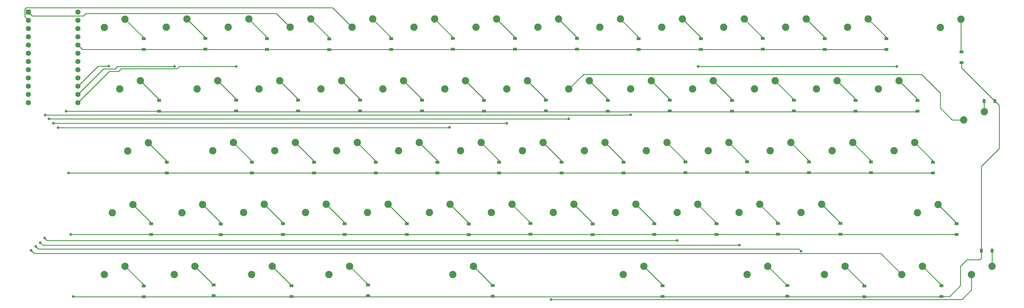
<source format=gbr>
%TF.GenerationSoftware,KiCad,Pcbnew,(6.0.7-1)-1*%
%TF.CreationDate,2022-09-29T18:34:29+02:00*%
%TF.ProjectId,staggered-keyboard,73746167-6765-4726-9564-2d6b6579626f,rev?*%
%TF.SameCoordinates,Original*%
%TF.FileFunction,Copper,L2,Bot*%
%TF.FilePolarity,Positive*%
%FSLAX46Y46*%
G04 Gerber Fmt 4.6, Leading zero omitted, Abs format (unit mm)*
G04 Created by KiCad (PCBNEW (6.0.7-1)-1) date 2022-09-29 18:34:29*
%MOMM*%
%LPD*%
G01*
G04 APERTURE LIST*
%TA.AperFunction,ComponentPad*%
%ADD10C,2.250000*%
%TD*%
%TA.AperFunction,ComponentPad*%
%ADD11C,1.600000*%
%TD*%
%TA.AperFunction,ComponentPad*%
%ADD12R,1.600000X1.600000*%
%TD*%
%TA.AperFunction,SMDPad,CuDef*%
%ADD13R,1.200000X0.900000*%
%TD*%
%TA.AperFunction,SMDPad,CuDef*%
%ADD14R,0.900000X1.200000*%
%TD*%
%TA.AperFunction,ViaPad*%
%ADD15C,0.800000*%
%TD*%
%TA.AperFunction,Conductor*%
%ADD16C,0.250000*%
%TD*%
G04 APERTURE END LIST*
D10*
%TO.P,MX20,1,COL*%
%TO.N,Col 5*%
X196167500Y-165717500D03*
%TO.P,MX20,2,ROW*%
%TO.N,Net-(D20-Pad2)*%
X202517500Y-163177500D03*
%TD*%
%TO.P,MX50,1,COL*%
%TO.N,Col 8*%
X248555000Y-203817500D03*
%TO.P,MX50,2,ROW*%
%TO.N,Net-(D50-Pad2)*%
X254905000Y-201277500D03*
%TD*%
%TO.P,MX53,1,COL*%
%TO.N,Col 11*%
X305705000Y-203817500D03*
%TO.P,MX53,2,ROW*%
%TO.N,Net-(D53-Pad2)*%
X312055000Y-201277500D03*
%TD*%
%TO.P,MX27,1,COL*%
%TO.N,Col 12*%
X329517500Y-165717500D03*
%TO.P,MX27,2,ROW*%
%TO.N,Net-(D27-Pad2)*%
X335867500Y-163177500D03*
%TD*%
%TO.P,MX39,1,COL*%
%TO.N,Col 10*%
X296180000Y-184767500D03*
%TO.P,MX39,2,ROW*%
%TO.N,Net-(D39-Pad2)*%
X302530000Y-182227500D03*
%TD*%
%TO.P,MX14,1,COL*%
%TO.N,Col 9*%
X348552500Y-146672500D03*
%TO.P,MX14,2,ROW*%
%TO.N,Net-(D14-Pad2)*%
X354902500Y-144132500D03*
%TD*%
%TO.P,MX21,1,COL*%
%TO.N,Col 6*%
X215217500Y-165717500D03*
%TO.P,MX21,2,ROW*%
%TO.N,Net-(D21-Pad2)*%
X221567500Y-163177500D03*
%TD*%
%TO.P,MX64,1,COL*%
%TO.N,Col 6*%
X358140000Y-222885000D03*
%TO.P,MX64,2,ROW*%
%TO.N,Net-(D64-Pad2)*%
X364490000Y-220345000D03*
%TD*%
%TO.P,MX1,1,COL*%
%TO.N,Col 0*%
X91400000Y-146680000D03*
%TO.P,MX1,2,ROW*%
%TO.N,Net-(D1-Pad2)*%
X97750000Y-144140000D03*
%TD*%
%TO.P,MX7,1,COL*%
%TO.N,Col 6*%
X205692500Y-146667500D03*
%TO.P,MX7,2,ROW*%
%TO.N,Net-(D7-Pad2)*%
X212042500Y-144127500D03*
%TD*%
%TO.P,MX10,1,COL*%
%TO.N,Col 9*%
X262842500Y-146667500D03*
%TO.P,MX10,2,ROW*%
%TO.N,Net-(D10-Pad2)*%
X269192500Y-144127500D03*
%TD*%
%TO.P,MX51,1,COL*%
%TO.N,Col 9*%
X267605000Y-203817500D03*
%TO.P,MX51,2,ROW*%
%TO.N,Net-(D51-Pad2)*%
X273955000Y-201277500D03*
%TD*%
%TO.P,MX17,1,COL*%
%TO.N,Col 2*%
X139017500Y-165717500D03*
%TO.P,MX17,2,ROW*%
%TO.N,Net-(D17-Pad2)*%
X145367500Y-163177500D03*
%TD*%
%TO.P,MX25,1,COL*%
%TO.N,Col 10*%
X291417500Y-165717500D03*
%TO.P,MX25,2,ROW*%
%TO.N,Net-(D25-Pad2)*%
X297767500Y-163177500D03*
%TD*%
%TO.P,MX22,1,COL*%
%TO.N,Col 7*%
X234267500Y-165717500D03*
%TO.P,MX22,2,ROW*%
%TO.N,Net-(D22-Pad2)*%
X240617500Y-163177500D03*
%TD*%
%TO.P,MX8,1,COL*%
%TO.N,Col 7*%
X224742500Y-146667500D03*
%TO.P,MX8,2,ROW*%
%TO.N,Net-(D8-Pad2)*%
X231092500Y-144127500D03*
%TD*%
%TO.P,MX44,1,COL*%
%TO.N,Col 2*%
X134255000Y-203817500D03*
%TO.P,MX44,2,ROW*%
%TO.N,Net-(D44-Pad2)*%
X140605000Y-201277500D03*
%TD*%
%TO.P,MX43,1,COL*%
%TO.N,Col 1*%
X115270000Y-203850000D03*
%TO.P,MX43,2,ROW*%
%TO.N,Net-(D43-Pad2)*%
X121620000Y-201310000D03*
%TD*%
%TO.P,MX55,1,COL*%
%TO.N,Col 0*%
X91440000Y-222885000D03*
%TO.P,MX55,2,ROW*%
%TO.N,Net-(D55-Pad2)*%
X97790000Y-220345000D03*
%TD*%
%TO.P,MX3,1,COL*%
%TO.N,Col 2*%
X129492500Y-146667500D03*
%TO.P,MX3,2,ROW*%
%TO.N,Net-(D3-Pad2)*%
X135842500Y-144127500D03*
%TD*%
%TO.P,MX23,1,COL*%
%TO.N,Col 8*%
X253317500Y-165717500D03*
%TO.P,MX23,2,ROW*%
%TO.N,Net-(D23-Pad2)*%
X259667500Y-163177500D03*
%TD*%
%TO.P,MX4,1,COL*%
%TO.N,Col 3*%
X148542500Y-146667500D03*
%TO.P,MX4,2,ROW*%
%TO.N,Net-(D4-Pad2)*%
X154892500Y-144127500D03*
%TD*%
%TO.P,MX49,1,COL*%
%TO.N,Col 7*%
X229505000Y-203817500D03*
%TO.P,MX49,2,ROW*%
%TO.N,Net-(D49-Pad2)*%
X235855000Y-201277500D03*
%TD*%
%TO.P,MX61,1,COL*%
%TO.N,Col 10*%
X289083750Y-222885000D03*
%TO.P,MX61,2,ROW*%
%TO.N,Net-(D61-Pad2)*%
X295433750Y-220345000D03*
%TD*%
%TO.P,MX54,1,COL*%
%TO.N,Col 12*%
X341471250Y-203835000D03*
%TO.P,MX54,2,ROW*%
%TO.N,Net-(D54-Pad2)*%
X347821250Y-201295000D03*
%TD*%
%TO.P,MX56,1,COL*%
%TO.N,Col 1*%
X112871250Y-222885000D03*
%TO.P,MX56,2,ROW*%
%TO.N,Net-(D56-Pad2)*%
X119221250Y-220345000D03*
%TD*%
%TO.P,MX60,1,COL*%
%TO.N,Col 8*%
X250983750Y-222885000D03*
%TO.P,MX60,2,ROW*%
%TO.N,Net-(D60-Pad2)*%
X257333750Y-220345000D03*
%TD*%
%TO.P,MX11,1,COL*%
%TO.N,Col 10*%
X281892500Y-146667500D03*
%TO.P,MX11,2,ROW*%
%TO.N,Net-(D11-Pad2)*%
X288242500Y-144127500D03*
%TD*%
%TO.P,MX35,1,COL*%
%TO.N,Col 6*%
X219980000Y-184767500D03*
%TO.P,MX35,2,ROW*%
%TO.N,Net-(D35-Pad2)*%
X226330000Y-182227500D03*
%TD*%
%TO.P,MX13,1,COL*%
%TO.N,Col 12*%
X319992500Y-146667500D03*
%TO.P,MX13,2,ROW*%
%TO.N,Net-(D13-Pad2)*%
X326342500Y-144127500D03*
%TD*%
%TO.P,MX41,1,COL*%
%TO.N,Col 12*%
X334280000Y-184767500D03*
%TO.P,MX41,2,ROW*%
%TO.N,Net-(D41-Pad2)*%
X340630000Y-182227500D03*
%TD*%
%TO.P,MX36,1,COL*%
%TO.N,Col 7*%
X239030000Y-184767500D03*
%TO.P,MX36,2,ROW*%
%TO.N,Net-(D36-Pad2)*%
X245380000Y-182227500D03*
%TD*%
%TO.P,MX28,1,COL*%
%TO.N,Col 7*%
X355711250Y-175242500D03*
%TO.P,MX28,2,ROW*%
%TO.N,Net-(D28-Pad2)*%
X362061250Y-172702500D03*
%TD*%
%TO.P,MX5,1,COL*%
%TO.N,Col 4*%
X167592500Y-146667500D03*
%TO.P,MX5,2,ROW*%
%TO.N,Net-(D5-Pad2)*%
X173942500Y-144127500D03*
%TD*%
%TO.P,MX32,1,COL*%
%TO.N,Col 3*%
X162830000Y-184767500D03*
%TO.P,MX32,2,ROW*%
%TO.N,Net-(D32-Pad2)*%
X169180000Y-182227500D03*
%TD*%
%TO.P,MX40,1,COL*%
%TO.N,Col 11*%
X315230000Y-184767500D03*
%TO.P,MX40,2,ROW*%
%TO.N,Net-(D40-Pad2)*%
X321580000Y-182227500D03*
%TD*%
%TO.P,MX2,1,COL*%
%TO.N,Col 1*%
X110410000Y-146670000D03*
%TO.P,MX2,2,ROW*%
%TO.N,Net-(D2-Pad2)*%
X116760000Y-144130000D03*
%TD*%
%TO.P,MX58,1,COL*%
%TO.N,Col 3*%
X160496250Y-222885000D03*
%TO.P,MX58,2,ROW*%
%TO.N,Net-(D58-Pad2)*%
X166846250Y-220345000D03*
%TD*%
%TO.P,MX15,1,COL*%
%TO.N,Col 0*%
X96165000Y-165710000D03*
%TO.P,MX15,2,ROW*%
%TO.N,Net-(D15-Pad2)*%
X102515000Y-163170000D03*
%TD*%
%TO.P,MX57,1,COL*%
%TO.N,Col 2*%
X136683750Y-222885000D03*
%TO.P,MX57,2,ROW*%
%TO.N,Net-(D57-Pad2)*%
X143033750Y-220345000D03*
%TD*%
%TO.P,MX26,1,COL*%
%TO.N,Col 11*%
X310467500Y-165717500D03*
%TO.P,MX26,2,ROW*%
%TO.N,Net-(D26-Pad2)*%
X316817500Y-163177500D03*
%TD*%
%TO.P,MX62,1,COL*%
%TO.N,Col 11*%
X312896250Y-222885000D03*
%TO.P,MX62,2,ROW*%
%TO.N,Net-(D62-Pad2)*%
X319246250Y-220345000D03*
%TD*%
%TO.P,MX9,1,COL*%
%TO.N,Col 8*%
X243792500Y-146667500D03*
%TO.P,MX9,2,ROW*%
%TO.N,Net-(D9-Pad2)*%
X250142500Y-144127500D03*
%TD*%
%TO.P,MX34,1,COL*%
%TO.N,Col 5*%
X200930000Y-184767500D03*
%TO.P,MX34,2,ROW*%
%TO.N,Net-(D34-Pad2)*%
X207280000Y-182227500D03*
%TD*%
%TO.P,MX29,1,COL*%
%TO.N,Col 0*%
X98583750Y-184785000D03*
%TO.P,MX29,2,ROW*%
%TO.N,Net-(D29-Pad2)*%
X104933750Y-182245000D03*
%TD*%
%TO.P,MX18,1,COL*%
%TO.N,Col 3*%
X158067500Y-165717500D03*
%TO.P,MX18,2,ROW*%
%TO.N,Net-(D18-Pad2)*%
X164417500Y-163177500D03*
%TD*%
%TO.P,MX46,1,COL*%
%TO.N,Col 4*%
X172355000Y-203817500D03*
%TO.P,MX46,2,ROW*%
%TO.N,Net-(D46-Pad2)*%
X178705000Y-201277500D03*
%TD*%
%TO.P,MX33,1,COL*%
%TO.N,Col 4*%
X181880000Y-184767500D03*
%TO.P,MX33,2,ROW*%
%TO.N,Net-(D33-Pad2)*%
X188230000Y-182227500D03*
%TD*%
%TO.P,MX12,1,COL*%
%TO.N,Col 11*%
X300942500Y-146667500D03*
%TO.P,MX12,2,ROW*%
%TO.N,Net-(D12-Pad2)*%
X307292500Y-144127500D03*
%TD*%
%TO.P,MX48,1,COL*%
%TO.N,Col 6*%
X210455000Y-203817500D03*
%TO.P,MX48,2,ROW*%
%TO.N,Net-(D48-Pad2)*%
X216805000Y-201277500D03*
%TD*%
%TO.P,MX42,1,COL*%
%TO.N,Col 0*%
X93821250Y-203835000D03*
%TO.P,MX42,2,ROW*%
%TO.N,Net-(D42-Pad2)*%
X100171250Y-201295000D03*
%TD*%
%TO.P,MX63,1,COL*%
%TO.N,Col 12*%
X336708750Y-222885000D03*
%TO.P,MX63,2,ROW*%
%TO.N,Net-(D63-Pad2)*%
X343058750Y-220345000D03*
%TD*%
%TO.P,MX37,1,COL*%
%TO.N,Col 8*%
X258080000Y-184767500D03*
%TO.P,MX37,2,ROW*%
%TO.N,Net-(D37-Pad2)*%
X264430000Y-182227500D03*
%TD*%
%TO.P,MX52,1,COL*%
%TO.N,Col 10*%
X286655000Y-203817500D03*
%TO.P,MX52,2,ROW*%
%TO.N,Net-(D52-Pad2)*%
X293005000Y-201277500D03*
%TD*%
%TO.P,MX6,1,COL*%
%TO.N,Col 5*%
X186642500Y-146667500D03*
%TO.P,MX6,2,ROW*%
%TO.N,Net-(D6-Pad2)*%
X192992500Y-144127500D03*
%TD*%
%TO.P,MX24,1,COL*%
%TO.N,Col 9*%
X272367500Y-165717500D03*
%TO.P,MX24,2,ROW*%
%TO.N,Net-(D24-Pad2)*%
X278717500Y-163177500D03*
%TD*%
%TO.P,MX30,1,COL*%
%TO.N,Col 1*%
X124730000Y-184767500D03*
%TO.P,MX30,2,ROW*%
%TO.N,Net-(D30-Pad2)*%
X131080000Y-182227500D03*
%TD*%
%TO.P,MX47,1,COL*%
%TO.N,Col 5*%
X191405000Y-203817500D03*
%TO.P,MX47,2,ROW*%
%TO.N,Net-(D47-Pad2)*%
X197755000Y-201277500D03*
%TD*%
%TO.P,MX45,1,COL*%
%TO.N,Col 3*%
X153305000Y-203817500D03*
%TO.P,MX45,2,ROW*%
%TO.N,Net-(D45-Pad2)*%
X159655000Y-201277500D03*
%TD*%
%TO.P,MX19,1,COL*%
%TO.N,Col 4*%
X177117500Y-165717500D03*
%TO.P,MX19,2,ROW*%
%TO.N,Net-(D19-Pad2)*%
X183467500Y-163177500D03*
%TD*%
%TO.P,MX38,1,COL*%
%TO.N,Col 9*%
X277130000Y-184767500D03*
%TO.P,MX38,2,ROW*%
%TO.N,Net-(D38-Pad2)*%
X283480000Y-182227500D03*
%TD*%
%TO.P,MX16,1,COL*%
%TO.N,Col 1*%
X119967500Y-165717500D03*
%TO.P,MX16,2,ROW*%
%TO.N,Net-(D16-Pad2)*%
X126317500Y-163177500D03*
%TD*%
%TO.P,MX59,1,COL*%
%TO.N,Col 5*%
X198596250Y-222885000D03*
%TO.P,MX59,2,ROW*%
%TO.N,Net-(D59-Pad2)*%
X204946250Y-220345000D03*
%TD*%
%TO.P,MX31,1,COL*%
%TO.N,Col 2*%
X143780000Y-184767500D03*
%TO.P,MX31,2,ROW*%
%TO.N,Net-(D31-Pad2)*%
X150130000Y-182227500D03*
%TD*%
D11*
%TO.P,U1,24,RAW*%
%TO.N,unconnected-(U1-Pad24)*%
X83300000Y-141940000D03*
%TO.P,U1,23,GND*%
%TO.N,unconnected-(U1-Pad23)*%
X83300000Y-144480000D03*
%TO.P,U1,22,RST*%
%TO.N,unconnected-(U1-Pad22)*%
X83300000Y-147020000D03*
%TO.P,U1,21,VCC*%
%TO.N,unconnected-(U1-Pad21)*%
X83300000Y-149560000D03*
%TO.P,U1,20,F4*%
%TO.N,Row 0*%
X83300000Y-152100000D03*
%TO.P,U1,19,F5*%
%TO.N,Row 1*%
X83300000Y-154640000D03*
%TO.P,U1,18,F6*%
%TO.N,Row 2*%
X83300000Y-157180000D03*
%TO.P,U1,17,F7*%
%TO.N,Row 3*%
X83300000Y-159720000D03*
%TO.P,U1,16,B1*%
%TO.N,Row 4*%
X83300000Y-162260000D03*
%TO.P,U1,15,B3*%
%TO.N,Col 0*%
X83300000Y-164800000D03*
%TO.P,U1,14,B2*%
%TO.N,Col 1*%
X83300000Y-167340000D03*
%TO.P,U1,13,B6*%
%TO.N,Col 2*%
X83300000Y-169880000D03*
%TO.P,U1,12,B5*%
%TO.N,Col 12*%
X68060000Y-169880000D03*
%TO.P,U1,11,B4*%
%TO.N,Col 11*%
X68060000Y-167340000D03*
%TO.P,U1,10,E6*%
%TO.N,Col 10*%
X68060000Y-164800000D03*
%TO.P,U1,9,D7*%
%TO.N,Col 9*%
X68060000Y-162260000D03*
%TO.P,U1,8,C6*%
%TO.N,Col 8*%
X68060000Y-159720000D03*
%TO.P,U1,7,D4*%
%TO.N,Col 7*%
X68060000Y-157180000D03*
%TO.P,U1,6,SCL*%
%TO.N,Col 6*%
X68060000Y-154640000D03*
%TO.P,U1,5,SDA*%
%TO.N,Col 5*%
X68060000Y-152100000D03*
%TO.P,U1,4,GND*%
%TO.N,unconnected-(U1-Pad4)*%
X68060000Y-149560000D03*
%TO.P,U1,3,GND*%
%TO.N,unconnected-(U1-Pad3)*%
X68060000Y-147020000D03*
%TO.P,U1,2,RX*%
%TO.N,Col 4*%
X68060000Y-144480000D03*
D12*
%TO.P,U1,1,TX*%
%TO.N,Col 3*%
X68060000Y-141940000D03*
%TD*%
D13*
%TO.P,D18,1,K*%
%TO.N,Row 1*%
X170070000Y-172490000D03*
%TO.P,D18,2,A*%
%TO.N,Net-(D18-Pad2)*%
X170070000Y-169190000D03*
%TD*%
%TO.P,D40,1,K*%
%TO.N,Row 2*%
X327190000Y-191520000D03*
%TO.P,D40,2,A*%
%TO.N,Net-(D40-Pad2)*%
X327190000Y-188220000D03*
%TD*%
%TO.P,D13,1,K*%
%TO.N,Row 0*%
X331950000Y-153500000D03*
%TO.P,D13,2,A*%
%TO.N,Net-(D13-Pad2)*%
X331950000Y-150200000D03*
%TD*%
D14*
%TO.P,D28,1,K*%
%TO.N,Row 4*%
X365330000Y-169400000D03*
%TO.P,D28,2,A*%
%TO.N,Net-(D28-Pad2)*%
X362030000Y-169400000D03*
%TD*%
D13*
%TO.P,D36,1,K*%
%TO.N,Row 2*%
X251050000Y-191600000D03*
%TO.P,D36,2,A*%
%TO.N,Net-(D36-Pad2)*%
X251050000Y-188300000D03*
%TD*%
%TO.P,D59,1,K*%
%TO.N,Row 4*%
X210880000Y-229570000D03*
%TO.P,D59,2,A*%
%TO.N,Net-(D59-Pad2)*%
X210880000Y-226270000D03*
%TD*%
%TO.P,D53,1,K*%
%TO.N,Row 3*%
X317760000Y-210490000D03*
%TO.P,D53,2,A*%
%TO.N,Net-(D53-Pad2)*%
X317760000Y-207190000D03*
%TD*%
%TO.P,D10,1,K*%
%TO.N,Row 0*%
X274860000Y-153450000D03*
%TO.P,D10,2,A*%
%TO.N,Net-(D10-Pad2)*%
X274860000Y-150150000D03*
%TD*%
%TO.P,D50,1,K*%
%TO.N,Row 3*%
X260550000Y-210550000D03*
%TO.P,D50,2,A*%
%TO.N,Net-(D50-Pad2)*%
X260550000Y-207250000D03*
%TD*%
%TO.P,D35,1,K*%
%TO.N,Row 2*%
X231990000Y-191550000D03*
%TO.P,D35,2,A*%
%TO.N,Net-(D35-Pad2)*%
X231990000Y-188250000D03*
%TD*%
%TO.P,D26,1,K*%
%TO.N,Row 1*%
X322420000Y-172520000D03*
%TO.P,D26,2,A*%
%TO.N,Net-(D26-Pad2)*%
X322420000Y-169220000D03*
%TD*%
%TO.P,D21,1,K*%
%TO.N,Row 1*%
X227180000Y-172420000D03*
%TO.P,D21,2,A*%
%TO.N,Net-(D21-Pad2)*%
X227180000Y-169120000D03*
%TD*%
%TO.P,D45,1,K*%
%TO.N,Row 3*%
X165330000Y-210580000D03*
%TO.P,D45,2,A*%
%TO.N,Net-(D45-Pad2)*%
X165330000Y-207280000D03*
%TD*%
%TO.P,D23,1,K*%
%TO.N,Row 1*%
X265330000Y-172450000D03*
%TO.P,D23,2,A*%
%TO.N,Net-(D23-Pad2)*%
X265330000Y-169150000D03*
%TD*%
%TO.P,D24,1,K*%
%TO.N,Row 1*%
X284400000Y-172520000D03*
%TO.P,D24,2,A*%
%TO.N,Net-(D24-Pad2)*%
X284400000Y-169220000D03*
%TD*%
%TO.P,D15,1,K*%
%TO.N,Row 1*%
X108210000Y-172550000D03*
%TO.P,D15,2,A*%
%TO.N,Net-(D15-Pad2)*%
X108210000Y-169250000D03*
%TD*%
%TO.P,D22,1,K*%
%TO.N,Row 1*%
X246250000Y-172500000D03*
%TO.P,D22,2,A*%
%TO.N,Net-(D22-Pad2)*%
X246250000Y-169200000D03*
%TD*%
%TO.P,D32,1,K*%
%TO.N,Row 2*%
X174900000Y-191550000D03*
%TO.P,D32,2,A*%
%TO.N,Net-(D32-Pad2)*%
X174900000Y-188250000D03*
%TD*%
%TO.P,D12,1,K*%
%TO.N,Row 0*%
X312950000Y-153460000D03*
%TO.P,D12,2,A*%
%TO.N,Net-(D12-Pad2)*%
X312950000Y-150160000D03*
%TD*%
%TO.P,D2,1,K*%
%TO.N,Row 0*%
X122430000Y-153420000D03*
%TO.P,D2,2,A*%
%TO.N,Net-(D2-Pad2)*%
X122430000Y-150120000D03*
%TD*%
%TO.P,D7,1,K*%
%TO.N,Row 0*%
X217680000Y-153430000D03*
%TO.P,D7,2,A*%
%TO.N,Net-(D7-Pad2)*%
X217680000Y-150130000D03*
%TD*%
%TO.P,D4,1,K*%
%TO.N,Row 0*%
X160570000Y-153530000D03*
%TO.P,D4,2,A*%
%TO.N,Net-(D4-Pad2)*%
X160570000Y-150230000D03*
%TD*%
%TO.P,D25,1,K*%
%TO.N,Row 1*%
X303530000Y-172490000D03*
%TO.P,D25,2,A*%
%TO.N,Net-(D25-Pad2)*%
X303530000Y-169190000D03*
%TD*%
%TO.P,D55,1,K*%
%TO.N,Row 4*%
X103480000Y-229730000D03*
%TO.P,D55,2,A*%
%TO.N,Net-(D55-Pad2)*%
X103480000Y-226430000D03*
%TD*%
%TO.P,D61,1,K*%
%TO.N,Row 4*%
X301440000Y-229630000D03*
%TO.P,D61,2,A*%
%TO.N,Net-(D61-Pad2)*%
X301440000Y-226330000D03*
%TD*%
%TO.P,D8,1,K*%
%TO.N,Row 0*%
X236760000Y-153400000D03*
%TO.P,D8,2,A*%
%TO.N,Net-(D8-Pad2)*%
X236760000Y-150100000D03*
%TD*%
%TO.P,D42,1,K*%
%TO.N,Row 3*%
X105800000Y-210580000D03*
%TO.P,D42,2,A*%
%TO.N,Net-(D42-Pad2)*%
X105800000Y-207280000D03*
%TD*%
%TO.P,D16,1,K*%
%TO.N,Row 1*%
X131950000Y-172490000D03*
%TO.P,D16,2,A*%
%TO.N,Net-(D16-Pad2)*%
X131950000Y-169190000D03*
%TD*%
%TO.P,D6,1,K*%
%TO.N,Row 0*%
X198600000Y-153430000D03*
%TO.P,D6,2,A*%
%TO.N,Net-(D6-Pad2)*%
X198600000Y-150130000D03*
%TD*%
%TO.P,D33,1,K*%
%TO.N,Row 2*%
X193810000Y-191550000D03*
%TO.P,D33,2,A*%
%TO.N,Net-(D33-Pad2)*%
X193810000Y-188250000D03*
%TD*%
%TO.P,D60,1,K*%
%TO.N,Row 4*%
X263130000Y-229700000D03*
%TO.P,D60,2,A*%
%TO.N,Net-(D60-Pad2)*%
X263130000Y-226400000D03*
%TD*%
%TO.P,D57,1,K*%
%TO.N,Row 4*%
X148950000Y-229660000D03*
%TO.P,D57,2,A*%
%TO.N,Net-(D57-Pad2)*%
X148950000Y-226360000D03*
%TD*%
%TO.P,D1,1,K*%
%TO.N,Row 0*%
X103470000Y-153450000D03*
%TO.P,D1,2,A*%
%TO.N,Net-(D1-Pad2)*%
X103470000Y-150150000D03*
%TD*%
%TO.P,D34,1,K*%
%TO.N,Row 2*%
X212850000Y-191550000D03*
%TO.P,D34,2,A*%
%TO.N,Net-(D34-Pad2)*%
X212850000Y-188250000D03*
%TD*%
%TO.P,D38,1,K*%
%TO.N,Row 2*%
X289130000Y-191400000D03*
%TO.P,D38,2,A*%
%TO.N,Net-(D38-Pad2)*%
X289130000Y-188100000D03*
%TD*%
%TO.P,D43,1,K*%
%TO.N,Row 3*%
X127220000Y-210630000D03*
%TO.P,D43,2,A*%
%TO.N,Net-(D43-Pad2)*%
X127220000Y-207330000D03*
%TD*%
%TO.P,D56,1,K*%
%TO.N,Row 4*%
X125040000Y-229440000D03*
%TO.P,D56,2,A*%
%TO.N,Net-(D56-Pad2)*%
X125040000Y-226140000D03*
%TD*%
%TO.P,D51,1,K*%
%TO.N,Row 3*%
X279730000Y-210550000D03*
%TO.P,D51,2,A*%
%TO.N,Net-(D51-Pad2)*%
X279730000Y-207250000D03*
%TD*%
%TO.P,D27,1,K*%
%TO.N,Row 1*%
X341530000Y-172520000D03*
%TO.P,D27,2,A*%
%TO.N,Net-(D27-Pad2)*%
X341530000Y-169220000D03*
%TD*%
%TO.P,D14,1,K*%
%TO.N,Row 4*%
X355070000Y-157570000D03*
%TO.P,D14,2,A*%
%TO.N,Net-(D14-Pad2)*%
X355070000Y-154270000D03*
%TD*%
%TO.P,D46,1,K*%
%TO.N,Row 3*%
X184410000Y-210580000D03*
%TO.P,D46,2,A*%
%TO.N,Net-(D46-Pad2)*%
X184410000Y-207280000D03*
%TD*%
%TO.P,D49,1,K*%
%TO.N,Row 3*%
X241570000Y-210610000D03*
%TO.P,D49,2,A*%
%TO.N,Net-(D49-Pad2)*%
X241570000Y-207310000D03*
%TD*%
%TO.P,D5,1,K*%
%TO.N,Row 0*%
X179620000Y-153490000D03*
%TO.P,D5,2,A*%
%TO.N,Net-(D5-Pad2)*%
X179620000Y-150190000D03*
%TD*%
%TO.P,D30,1,K*%
%TO.N,Row 2*%
X136770000Y-191600000D03*
%TO.P,D30,2,A*%
%TO.N,Net-(D30-Pad2)*%
X136770000Y-188300000D03*
%TD*%
%TO.P,D17,1,K*%
%TO.N,Row 1*%
X151010000Y-172490000D03*
%TO.P,D17,2,A*%
%TO.N,Net-(D17-Pad2)*%
X151010000Y-169190000D03*
%TD*%
%TO.P,D29,1,K*%
%TO.N,Row 2*%
X110650000Y-191600000D03*
%TO.P,D29,2,A*%
%TO.N,Net-(D29-Pad2)*%
X110650000Y-188300000D03*
%TD*%
%TO.P,D20,1,K*%
%TO.N,Row 1*%
X208190000Y-172550000D03*
%TO.P,D20,2,A*%
%TO.N,Net-(D20-Pad2)*%
X208190000Y-169250000D03*
%TD*%
%TO.P,D9,1,K*%
%TO.N,Row 0*%
X255760000Y-153470000D03*
%TO.P,D9,2,A*%
%TO.N,Net-(D9-Pad2)*%
X255760000Y-150170000D03*
%TD*%
%TO.P,D62,1,K*%
%TO.N,Row 4*%
X325130000Y-229780000D03*
%TO.P,D62,2,A*%
%TO.N,Net-(D62-Pad2)*%
X325130000Y-226480000D03*
%TD*%
%TO.P,D58,1,K*%
%TO.N,Row 4*%
X172500000Y-229440000D03*
%TO.P,D58,2,A*%
%TO.N,Net-(D58-Pad2)*%
X172500000Y-226140000D03*
%TD*%
%TO.P,D54,1,K*%
%TO.N,Row 3*%
X353560000Y-210540000D03*
%TO.P,D54,2,A*%
%TO.N,Net-(D54-Pad2)*%
X353560000Y-207240000D03*
%TD*%
%TO.P,D3,1,K*%
%TO.N,Row 0*%
X141460000Y-153450000D03*
%TO.P,D3,2,A*%
%TO.N,Net-(D3-Pad2)*%
X141460000Y-150150000D03*
%TD*%
%TO.P,D63,1,K*%
%TO.N,Row 4*%
X348840000Y-229700000D03*
%TO.P,D63,2,A*%
%TO.N,Net-(D63-Pad2)*%
X348840000Y-226400000D03*
%TD*%
%TO.P,D44,1,K*%
%TO.N,Row 3*%
X146310000Y-210580000D03*
%TO.P,D44,2,A*%
%TO.N,Net-(D44-Pad2)*%
X146310000Y-207280000D03*
%TD*%
%TO.P,D52,1,K*%
%TO.N,Row 3*%
X298600000Y-210490000D03*
%TO.P,D52,2,A*%
%TO.N,Net-(D52-Pad2)*%
X298600000Y-207190000D03*
%TD*%
%TO.P,D39,1,K*%
%TO.N,Row 2*%
X308150000Y-191520000D03*
%TO.P,D39,2,A*%
%TO.N,Net-(D39-Pad2)*%
X308150000Y-188220000D03*
%TD*%
%TO.P,D47,1,K*%
%TO.N,Row 3*%
X203480000Y-210610000D03*
%TO.P,D47,2,A*%
%TO.N,Net-(D47-Pad2)*%
X203480000Y-207310000D03*
%TD*%
%TO.P,D37,1,K*%
%TO.N,Row 2*%
X270120000Y-191500000D03*
%TO.P,D37,2,A*%
%TO.N,Net-(D37-Pad2)*%
X270120000Y-188200000D03*
%TD*%
%TO.P,D41,1,K*%
%TO.N,Row 2*%
X346280000Y-191570000D03*
%TO.P,D41,2,A*%
%TO.N,Net-(D41-Pad2)*%
X346280000Y-188270000D03*
%TD*%
%TO.P,D48,1,K*%
%TO.N,Row 3*%
X222490000Y-210500000D03*
%TO.P,D48,2,A*%
%TO.N,Net-(D48-Pad2)*%
X222490000Y-207200000D03*
%TD*%
%TO.P,D19,1,K*%
%TO.N,Row 1*%
X189130000Y-172450000D03*
%TO.P,D19,2,A*%
%TO.N,Net-(D19-Pad2)*%
X189130000Y-169150000D03*
%TD*%
%TO.P,D31,1,K*%
%TO.N,Row 2*%
X155880000Y-191600000D03*
%TO.P,D31,2,A*%
%TO.N,Net-(D31-Pad2)*%
X155880000Y-188300000D03*
%TD*%
D14*
%TO.P,D64,1,K*%
%TO.N,Row 4*%
X361180000Y-215580000D03*
%TO.P,D64,2,A*%
%TO.N,Net-(D64-Pad2)*%
X364480000Y-215580000D03*
%TD*%
D13*
%TO.P,D11,1,K*%
%TO.N,Row 0*%
X293930000Y-153430000D03*
%TO.P,D11,2,A*%
%TO.N,Net-(D11-Pad2)*%
X293930000Y-150130000D03*
%TD*%
D15*
%TO.N,Row 1*%
X79625500Y-172550000D03*
%TO.N,Row 2*%
X80355500Y-191600000D03*
%TO.N,Row 3*%
X81070000Y-210570000D03*
%TO.N,Row 4*%
X81800000Y-229650000D03*
%TO.N,Col 0*%
X92740000Y-158690000D03*
%TO.N,Col 1*%
X112975000Y-158725000D03*
%TO.N,Col 2*%
X131995000Y-158695000D03*
%TO.N,Col 5*%
X77200000Y-177610000D03*
X197608599Y-177571401D03*
%TO.N,Col 6*%
X228780000Y-230580000D03*
X215217500Y-176262500D03*
X75750000Y-176270000D03*
%TO.N,Col 7*%
X74410000Y-174930000D03*
X234267500Y-174927500D03*
%TO.N,Col 8*%
X73210000Y-173680000D03*
X253317500Y-173677500D03*
%TO.N,Col 9*%
X267610000Y-212430000D03*
X335140000Y-158720000D03*
X73030000Y-211640000D03*
X274000000Y-158700000D03*
%TO.N,Col 10*%
X286690000Y-213860000D03*
X71710000Y-213050000D03*
%TO.N,Col 11*%
X70300000Y-214260000D03*
X305705000Y-215693750D03*
%TO.N,Col 12*%
X68840000Y-215450000D03*
%TD*%
D16*
%TO.N,Row 3*%
X81070000Y-210570000D02*
X81080000Y-210580000D01*
X81080000Y-210580000D02*
X105800000Y-210580000D01*
%TO.N,Row 0*%
X141460000Y-153450000D02*
X331900000Y-153450000D01*
X103470000Y-153450000D02*
X141460000Y-153450000D01*
X331900000Y-153450000D02*
X331950000Y-153500000D01*
X84650000Y-153450000D02*
X83300000Y-152100000D01*
X103470000Y-153450000D02*
X84650000Y-153450000D01*
%TO.N,Net-(D1-Pad2)*%
X97750000Y-144140000D02*
X103470000Y-149860000D01*
X103470000Y-149860000D02*
X103470000Y-150150000D01*
%TO.N,Net-(D2-Pad2)*%
X122430000Y-149800000D02*
X122430000Y-150120000D01*
X116760000Y-144130000D02*
X122430000Y-149800000D01*
%TO.N,Net-(D3-Pad2)*%
X135842500Y-144127500D02*
X141460000Y-149745000D01*
X141460000Y-149745000D02*
X141460000Y-150150000D01*
%TO.N,Net-(D4-Pad2)*%
X160570000Y-149805000D02*
X160570000Y-150230000D01*
X154892500Y-144127500D02*
X160570000Y-149805000D01*
%TO.N,Net-(D5-Pad2)*%
X179620000Y-149805000D02*
X179620000Y-150190000D01*
X173942500Y-144127500D02*
X179620000Y-149805000D01*
%TO.N,Net-(D6-Pad2)*%
X198600000Y-149735000D02*
X198600000Y-150130000D01*
X192992500Y-144127500D02*
X198600000Y-149735000D01*
%TO.N,Net-(D7-Pad2)*%
X212042500Y-144127500D02*
X217680000Y-149765000D01*
X217680000Y-149765000D02*
X217680000Y-150130000D01*
%TO.N,Net-(D8-Pad2)*%
X236760000Y-149795000D02*
X236760000Y-150100000D01*
X231092500Y-144127500D02*
X236760000Y-149795000D01*
%TO.N,Net-(D9-Pad2)*%
X250142500Y-144127500D02*
X255760000Y-149745000D01*
X255760000Y-149745000D02*
X255760000Y-150170000D01*
%TO.N,Net-(D10-Pad2)*%
X269192500Y-144127500D02*
X274860000Y-149795000D01*
X274860000Y-149795000D02*
X274860000Y-150150000D01*
%TO.N,Net-(D11-Pad2)*%
X293930000Y-149815000D02*
X293930000Y-150130000D01*
X288242500Y-144127500D02*
X293930000Y-149815000D01*
%TO.N,Net-(D12-Pad2)*%
X312950000Y-149785000D02*
X312950000Y-150160000D01*
X307292500Y-144127500D02*
X312950000Y-149785000D01*
%TO.N,Net-(D13-Pad2)*%
X331950000Y-149735000D02*
X331950000Y-150200000D01*
X326342500Y-144127500D02*
X331950000Y-149735000D01*
%TO.N,Net-(D14-Pad2)*%
X354902500Y-144132500D02*
X354902500Y-154102500D01*
X354902500Y-154102500D02*
X355070000Y-154270000D01*
%TO.N,Row 1*%
X79625500Y-172550000D02*
X108210000Y-172550000D01*
X341380000Y-172670000D02*
X108330000Y-172670000D01*
X341530000Y-172520000D02*
X341380000Y-172670000D01*
X108330000Y-172670000D02*
X108210000Y-172550000D01*
%TO.N,Net-(D15-Pad2)*%
X108210000Y-168865000D02*
X108210000Y-169250000D01*
X102515000Y-163170000D02*
X108210000Y-168865000D01*
%TO.N,Net-(D16-Pad2)*%
X131950000Y-168810000D02*
X131950000Y-169190000D01*
X126317500Y-163177500D02*
X131950000Y-168810000D01*
%TO.N,Net-(D17-Pad2)*%
X145367500Y-163177500D02*
X151010000Y-168820000D01*
X151010000Y-168820000D02*
X151010000Y-169190000D01*
%TO.N,Net-(D18-Pad2)*%
X164417500Y-163177500D02*
X170070000Y-168830000D01*
X170070000Y-168830000D02*
X170070000Y-169190000D01*
%TO.N,Net-(D19-Pad2)*%
X189130000Y-168840000D02*
X189130000Y-169150000D01*
X183467500Y-163177500D02*
X189130000Y-168840000D01*
%TO.N,Net-(D20-Pad2)*%
X208190000Y-168850000D02*
X208190000Y-169250000D01*
X202517500Y-163177500D02*
X208190000Y-168850000D01*
%TO.N,Net-(D21-Pad2)*%
X221567500Y-163177500D02*
X227180000Y-168790000D01*
X227180000Y-168790000D02*
X227180000Y-169120000D01*
%TO.N,Net-(D22-Pad2)*%
X246250000Y-168810000D02*
X246250000Y-169200000D01*
X240617500Y-163177500D02*
X246250000Y-168810000D01*
%TO.N,Net-(D23-Pad2)*%
X259667500Y-163177500D02*
X265330000Y-168840000D01*
X265330000Y-168840000D02*
X265330000Y-169150000D01*
%TO.N,Net-(D24-Pad2)*%
X278717500Y-163177500D02*
X284400000Y-168860000D01*
X284400000Y-168860000D02*
X284400000Y-169220000D01*
%TO.N,Net-(D25-Pad2)*%
X303530000Y-168940000D02*
X303530000Y-169190000D01*
X297767500Y-163177500D02*
X303530000Y-168940000D01*
%TO.N,Net-(D26-Pad2)*%
X322420000Y-168780000D02*
X322420000Y-169220000D01*
X316817500Y-163177500D02*
X322420000Y-168780000D01*
%TO.N,Net-(D27-Pad2)*%
X341530000Y-168840000D02*
X341530000Y-169220000D01*
X335867500Y-163177500D02*
X341530000Y-168840000D01*
%TO.N,Net-(D28-Pad2)*%
X362030000Y-172671250D02*
X362061250Y-172702500D01*
X362030000Y-169400000D02*
X362030000Y-172671250D01*
%TO.N,Row 2*%
X80355500Y-191600000D02*
X110650000Y-191600000D01*
X110650000Y-191600000D02*
X346250000Y-191600000D01*
X346250000Y-191600000D02*
X346280000Y-191570000D01*
%TO.N,Net-(D29-Pad2)*%
X104933750Y-182245000D02*
X110650000Y-187961250D01*
X110650000Y-187961250D02*
X110650000Y-188300000D01*
%TO.N,Net-(D30-Pad2)*%
X131080000Y-182227500D02*
X136770000Y-187917500D01*
X136770000Y-187917500D02*
X136770000Y-188300000D01*
%TO.N,Net-(D31-Pad2)*%
X150130000Y-182227500D02*
X155880000Y-187977500D01*
X155880000Y-187977500D02*
X155880000Y-188300000D01*
%TO.N,Net-(D32-Pad2)*%
X174900000Y-187947500D02*
X174900000Y-188250000D01*
X169180000Y-182227500D02*
X174900000Y-187947500D01*
%TO.N,Net-(D33-Pad2)*%
X193810000Y-187807500D02*
X193810000Y-188250000D01*
X188230000Y-182227500D02*
X193810000Y-187807500D01*
%TO.N,Net-(D34-Pad2)*%
X212850000Y-187797500D02*
X212850000Y-188250000D01*
X207280000Y-182227500D02*
X212850000Y-187797500D01*
%TO.N,Net-(D35-Pad2)*%
X226330000Y-182227500D02*
X231990000Y-187887500D01*
X231990000Y-187887500D02*
X231990000Y-188250000D01*
%TO.N,Net-(D36-Pad2)*%
X245380000Y-182227500D02*
X251050000Y-187897500D01*
X251050000Y-187897500D02*
X251050000Y-188300000D01*
%TO.N,Net-(D37-Pad2)*%
X270120000Y-187917500D02*
X270120000Y-188200000D01*
X264430000Y-182227500D02*
X270120000Y-187917500D01*
%TO.N,Net-(D38-Pad2)*%
X289130000Y-187877500D02*
X289130000Y-188100000D01*
X283480000Y-182227500D02*
X289130000Y-187877500D01*
%TO.N,Net-(D39-Pad2)*%
X308150000Y-187847500D02*
X308150000Y-188220000D01*
X302530000Y-182227500D02*
X308150000Y-187847500D01*
%TO.N,Net-(D40-Pad2)*%
X321580000Y-182227500D02*
X327190000Y-187837500D01*
X327190000Y-187837500D02*
X327190000Y-188220000D01*
%TO.N,Net-(D41-Pad2)*%
X346280000Y-187877500D02*
X346280000Y-188270000D01*
X340630000Y-182227500D02*
X346280000Y-187877500D01*
%TO.N,Row 3*%
X353520000Y-210580000D02*
X353560000Y-210540000D01*
X105800000Y-210580000D02*
X353520000Y-210580000D01*
%TO.N,Net-(D42-Pad2)*%
X100171250Y-201295000D02*
X105800000Y-206923750D01*
X105800000Y-206923750D02*
X105800000Y-207280000D01*
%TO.N,Net-(D43-Pad2)*%
X121620000Y-201310000D02*
X127220000Y-206910000D01*
X127220000Y-206910000D02*
X127220000Y-207330000D01*
%TO.N,Net-(D44-Pad2)*%
X140605000Y-201277500D02*
X146310000Y-206982500D01*
X146310000Y-206982500D02*
X146310000Y-207280000D01*
%TO.N,Net-(D45-Pad2)*%
X165330000Y-206952500D02*
X165330000Y-207280000D01*
X159655000Y-201277500D02*
X165330000Y-206952500D01*
%TO.N,Net-(D46-Pad2)*%
X178705000Y-201277500D02*
X184410000Y-206982500D01*
X184410000Y-206982500D02*
X184410000Y-207280000D01*
%TO.N,Net-(D47-Pad2)*%
X203480000Y-207002500D02*
X203480000Y-207310000D01*
X197755000Y-201277500D02*
X203480000Y-207002500D01*
%TO.N,Net-(D48-Pad2)*%
X216805000Y-201277500D02*
X222490000Y-206962500D01*
X222490000Y-206962500D02*
X222490000Y-207200000D01*
%TO.N,Net-(D49-Pad2)*%
X235855000Y-201277500D02*
X241570000Y-206992500D01*
X241570000Y-206992500D02*
X241570000Y-207310000D01*
%TO.N,Net-(D50-Pad2)*%
X254905000Y-201277500D02*
X260550000Y-206922500D01*
X260550000Y-206922500D02*
X260550000Y-207250000D01*
%TO.N,Net-(D51-Pad2)*%
X273955000Y-201277500D02*
X279730000Y-207052500D01*
X279730000Y-207052500D02*
X279730000Y-207250000D01*
%TO.N,Net-(D52-Pad2)*%
X293005000Y-201277500D02*
X298600000Y-206872500D01*
X298600000Y-206872500D02*
X298600000Y-207190000D01*
%TO.N,Net-(D53-Pad2)*%
X312055000Y-201277500D02*
X317760000Y-206982500D01*
X317760000Y-206982500D02*
X317760000Y-207190000D01*
%TO.N,Net-(D54-Pad2)*%
X353560000Y-207033750D02*
X353560000Y-207240000D01*
X347821250Y-201295000D02*
X353560000Y-207033750D01*
%TO.N,Row 4*%
X348840000Y-229700000D02*
X351370000Y-229700000D01*
X354750000Y-220380000D02*
X356770000Y-218360000D01*
X366670000Y-184070000D02*
X366670000Y-170740000D01*
X348810000Y-229730000D02*
X348840000Y-229700000D01*
X81800000Y-229650000D02*
X81880000Y-229730000D01*
X356770000Y-218360000D02*
X360650000Y-218360000D01*
X361180000Y-217830000D02*
X361180000Y-215580000D01*
X366670000Y-170740000D02*
X365330000Y-169400000D01*
X355070000Y-159140000D02*
X365330000Y-169400000D01*
X81880000Y-229730000D02*
X103480000Y-229730000D01*
X360650000Y-218360000D02*
X361180000Y-217830000D01*
X361180000Y-215580000D02*
X361180000Y-189560000D01*
X361180000Y-189560000D02*
X366670000Y-184070000D01*
X355070000Y-157570000D02*
X355070000Y-159140000D01*
X351370000Y-229700000D02*
X354750000Y-226320000D01*
X354750000Y-226320000D02*
X354750000Y-220380000D01*
X103480000Y-229730000D02*
X348810000Y-229730000D01*
%TO.N,Net-(D55-Pad2)*%
X103480000Y-226035000D02*
X103480000Y-226430000D01*
X97790000Y-220345000D02*
X103480000Y-226035000D01*
%TO.N,Net-(D56-Pad2)*%
X125016250Y-226140000D02*
X125040000Y-226140000D01*
X119221250Y-220345000D02*
X125016250Y-226140000D01*
%TO.N,Net-(D57-Pad2)*%
X148950000Y-226261250D02*
X148950000Y-226360000D01*
X143033750Y-220345000D02*
X148950000Y-226261250D01*
%TO.N,Net-(D58-Pad2)*%
X166846250Y-220345000D02*
X172500000Y-225998750D01*
X172500000Y-225998750D02*
X172500000Y-226140000D01*
%TO.N,Net-(D59-Pad2)*%
X204946250Y-220345000D02*
X210871250Y-226270000D01*
X210871250Y-226270000D02*
X210880000Y-226270000D01*
%TO.N,Net-(D60-Pad2)*%
X263130000Y-226141250D02*
X263130000Y-226400000D01*
X257333750Y-220345000D02*
X263130000Y-226141250D01*
%TO.N,Net-(D61-Pad2)*%
X301418750Y-226330000D02*
X295433750Y-220345000D01*
X301440000Y-226330000D02*
X301418750Y-226330000D01*
%TO.N,Net-(D62-Pad2)*%
X325130000Y-226228750D02*
X325130000Y-226480000D01*
X319246250Y-220345000D02*
X325130000Y-226228750D01*
%TO.N,Net-(D63-Pad2)*%
X348840000Y-226126250D02*
X348840000Y-226400000D01*
X343058750Y-220345000D02*
X348840000Y-226126250D01*
%TO.N,Net-(D64-Pad2)*%
X364480000Y-220335000D02*
X364490000Y-220345000D01*
X364480000Y-215580000D02*
X364480000Y-220335000D01*
%TO.N,Col 0*%
X89410000Y-158690000D02*
X92740000Y-158690000D01*
X83300000Y-164800000D02*
X89410000Y-158690000D01*
%TO.N,Col 1*%
X95465000Y-158725000D02*
X112975000Y-158725000D01*
X91160000Y-159480000D02*
X94710000Y-159480000D01*
X83300000Y-167340000D02*
X91160000Y-159480000D01*
X94710000Y-159480000D02*
X95465000Y-158725000D01*
%TO.N,Col 2*%
X114505000Y-158695000D02*
X131995000Y-158695000D01*
X92960000Y-160220000D02*
X95760000Y-160220000D01*
X96530000Y-159450000D02*
X113750000Y-159450000D01*
X95760000Y-160220000D02*
X96530000Y-159450000D01*
X113750000Y-159450000D02*
X114505000Y-158695000D01*
X83300000Y-169880000D02*
X92960000Y-160220000D01*
%TO.N,Col 3*%
X69240000Y-143120000D02*
X68060000Y-141940000D01*
X85000000Y-143120000D02*
X69240000Y-143120000D01*
X148542500Y-146667500D02*
X144280991Y-142405991D01*
X144280991Y-142405991D02*
X85714009Y-142405991D01*
X85714009Y-142405991D02*
X85000000Y-143120000D01*
%TO.N,Col 4*%
X161545000Y-140620000D02*
X167592500Y-146667500D01*
X67320000Y-140620000D02*
X161545000Y-140620000D01*
X68060000Y-144480000D02*
X66935000Y-143355000D01*
X66935000Y-141005000D02*
X67320000Y-140620000D01*
X66935000Y-143355000D02*
X66935000Y-141005000D01*
%TO.N,Col 5*%
X197570000Y-177610000D02*
X197608599Y-177571401D01*
X77200000Y-177610000D02*
X197570000Y-177610000D01*
%TO.N,Col 6*%
X75750000Y-176270000D02*
X215210000Y-176270000D01*
X358140000Y-227690536D02*
X358140000Y-222885000D01*
X215210000Y-176270000D02*
X215217500Y-176262500D01*
X228780000Y-230580000D02*
X355250536Y-230580000D01*
X355250536Y-230580000D02*
X358140000Y-227690536D01*
%TO.N,Col 7*%
X234265000Y-174930000D02*
X234267500Y-174927500D01*
X74410000Y-174930000D02*
X234265000Y-174930000D01*
X348510000Y-171540000D02*
X352212500Y-175242500D01*
X342790000Y-161200000D02*
X348510000Y-166920000D01*
X352212500Y-175242500D02*
X355711250Y-175242500D01*
X348510000Y-166920000D02*
X348510000Y-171540000D01*
X234267500Y-165717500D02*
X238785000Y-161200000D01*
X238785000Y-161200000D02*
X342790000Y-161200000D01*
%TO.N,Col 8*%
X73210000Y-173680000D02*
X253315000Y-173680000D01*
X253315000Y-173680000D02*
X253317500Y-173677500D01*
%TO.N,Col 9*%
X267610000Y-212430000D02*
X73820000Y-212430000D01*
X73820000Y-212430000D02*
X73030000Y-211640000D01*
X335120000Y-158700000D02*
X335140000Y-158720000D01*
X274000000Y-158700000D02*
X335120000Y-158700000D01*
%TO.N,Col 10*%
X72520000Y-213860000D02*
X286690000Y-213860000D01*
X71710000Y-213050000D02*
X72520000Y-213860000D01*
%TO.N,Col 11*%
X71100000Y-215060000D02*
X305071250Y-215060000D01*
X70300000Y-214260000D02*
X71100000Y-215060000D01*
X305071250Y-215060000D02*
X305705000Y-215693750D01*
%TO.N,Col 12*%
X69808750Y-216418750D02*
X330242500Y-216418750D01*
X68840000Y-215450000D02*
X69808750Y-216418750D01*
X330242500Y-216418750D02*
X336708750Y-222885000D01*
%TD*%
M02*

</source>
